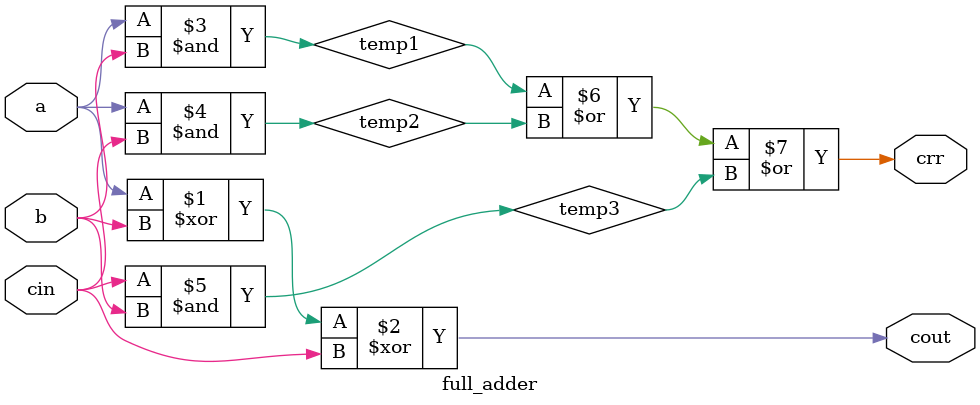
<source format=v>
module full_adder(a,b,cin,cout,crr);
input a,b,cin;
output crr,cout;
wire temp1,temp2,temp3;
xor(cout,a,b,cin);
and(temp1,a,b);
and(temp2,a,cin);
and(temp3,cin,b);
or(crr,temp1,temp2,temp3);
endmodule
</source>
